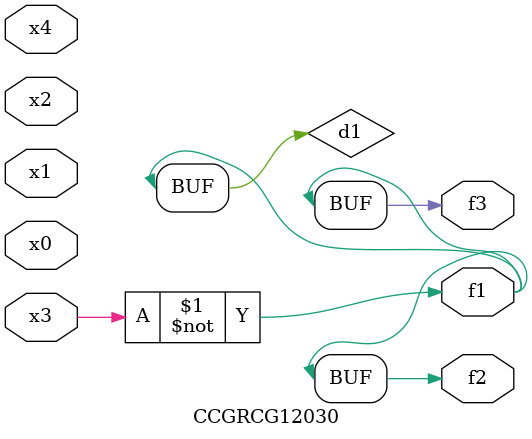
<source format=v>
module CCGRCG12030(
	input x0, x1, x2, x3, x4,
	output f1, f2, f3
);

	wire d1, d2;

	xnor (d1, x3);
	not (d2, x1);
	assign f1 = d1;
	assign f2 = d1;
	assign f3 = d1;
endmodule

</source>
